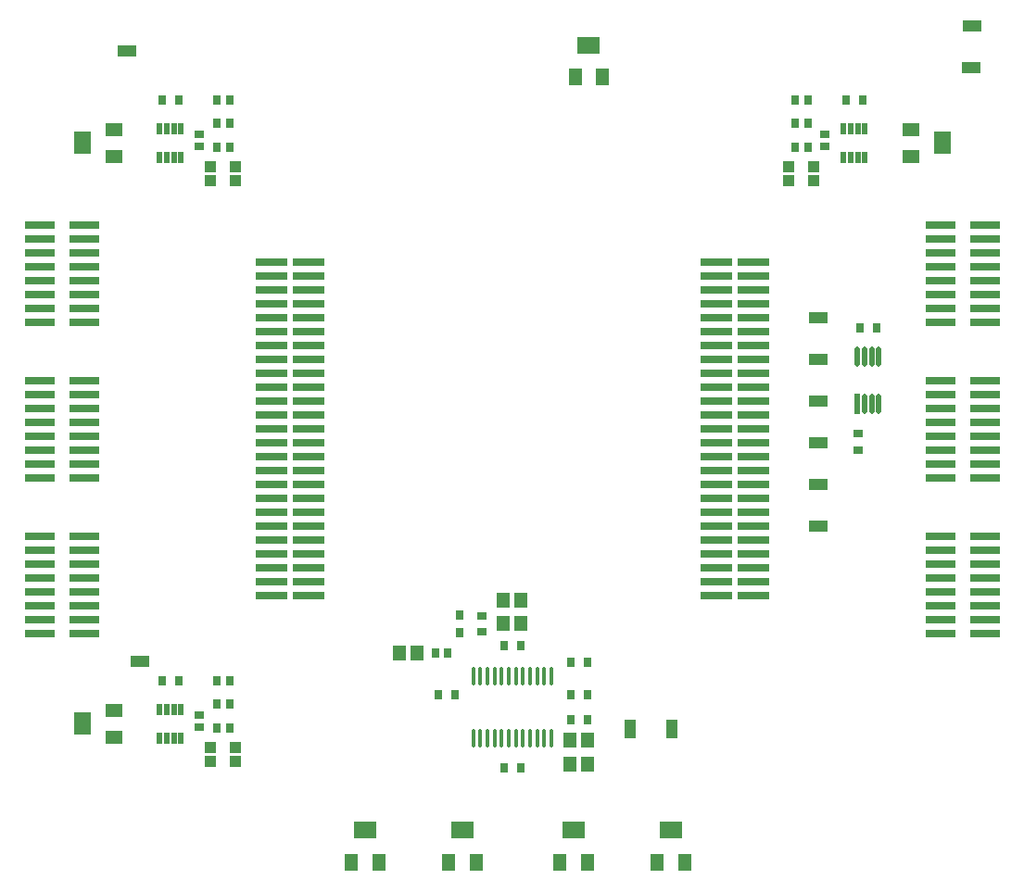
<source format=gtp>
G04*
G04 #@! TF.GenerationSoftware,Altium Limited,Altium Designer,21.6.4 (81)*
G04*
G04 Layer_Color=8421504*
%FSLAX25Y25*%
%MOIN*%
G70*
G04*
G04 #@! TF.SameCoordinates,FB766961-2115-4812-9BC3-E0D6EEC5A3F0*
G04*
G04*
G04 #@! TF.FilePolarity,Positive*
G04*
G01*
G75*
%ADD15R,0.11496X0.02914*%
%ADD16R,0.05118X0.06299*%
%ADD17R,0.07874X0.06299*%
%ADD18R,0.07087X0.03937*%
%ADD19R,0.03937X0.07087*%
%ADD20R,0.10984X0.02913*%
%ADD21R,0.03150X0.03543*%
%ADD22R,0.03543X0.03150*%
%ADD23O,0.01378X0.06693*%
%ADD24R,0.11496X0.02913*%
%ADD25R,0.05118X0.05709*%
%ADD26R,0.02756X0.03347*%
%ADD27R,0.02756X0.03740*%
%ADD28R,0.03347X0.02756*%
G04:AMPARAMS|DCode=29|XSize=41.34mil|YSize=17.72mil|CornerRadius=1.95mil|HoleSize=0mil|Usage=FLASHONLY|Rotation=90.000|XOffset=0mil|YOffset=0mil|HoleType=Round|Shape=RoundedRectangle|*
%AMROUNDEDRECTD29*
21,1,0.04134,0.01382,0,0,90.0*
21,1,0.03744,0.01772,0,0,90.0*
1,1,0.00390,0.00691,0.01872*
1,1,0.00390,0.00691,-0.01872*
1,1,0.00390,-0.00691,-0.01872*
1,1,0.00390,-0.00691,0.01872*
%
%ADD29ROUNDEDRECTD29*%
%ADD30R,0.06299X0.07874*%
%ADD31R,0.06299X0.05118*%
%ADD32R,0.04134X0.04134*%
%ADD33R,0.01949X0.07246*%
G04:AMPARAMS|DCode=34|XSize=72.46mil|YSize=19.49mil|CornerRadius=9.74mil|HoleSize=0mil|Usage=FLASHONLY|Rotation=90.000|XOffset=0mil|YOffset=0mil|HoleType=Round|Shape=RoundedRectangle|*
%AMROUNDEDRECTD34*
21,1,0.07246,0.00000,0,0,90.0*
21,1,0.05297,0.01949,0,0,90.0*
1,1,0.01949,0.00000,0.02649*
1,1,0.01949,0.00000,-0.02649*
1,1,0.01949,0.00000,-0.02649*
1,1,0.01949,0.00000,0.02649*
%
%ADD34ROUNDEDRECTD34*%
D15*
X353252Y340000D02*
D03*
X366748D02*
D03*
X353252Y335000D02*
D03*
X366748D02*
D03*
X353252Y330000D02*
D03*
X366748D02*
D03*
X353252Y325000D02*
D03*
X366748D02*
D03*
X353252Y320000D02*
D03*
X366748D02*
D03*
X353252Y315000D02*
D03*
X366748D02*
D03*
X353252Y310000D02*
D03*
X366748D02*
D03*
X353252Y305000D02*
D03*
X366748D02*
D03*
X353252Y300000D02*
D03*
X366748D02*
D03*
X353252Y295000D02*
D03*
X366748D02*
D03*
X353252Y290000D02*
D03*
X366748D02*
D03*
X353252Y285000D02*
D03*
X366748D02*
D03*
X353252Y280000D02*
D03*
X366748D02*
D03*
X353252Y275000D02*
D03*
X366748D02*
D03*
X353252Y270000D02*
D03*
X366748D02*
D03*
X353252Y265000D02*
D03*
X366748D02*
D03*
X353252Y260000D02*
D03*
X366748D02*
D03*
X353252Y255000D02*
D03*
X366748D02*
D03*
X353252Y250000D02*
D03*
X366748D02*
D03*
X353252Y245000D02*
D03*
X366748D02*
D03*
X353252Y240000D02*
D03*
X366748D02*
D03*
X353252Y235000D02*
D03*
X366748D02*
D03*
X353252Y230000D02*
D03*
X366748D02*
D03*
X353252Y225000D02*
D03*
X366748D02*
D03*
X353252Y220000D02*
D03*
X366748D02*
D03*
X206748D02*
D03*
X193252D02*
D03*
X206748Y225000D02*
D03*
X193252D02*
D03*
X206748Y230000D02*
D03*
X193252D02*
D03*
X206748Y235000D02*
D03*
X193252D02*
D03*
X206748Y240000D02*
D03*
X193252D02*
D03*
X206748Y245000D02*
D03*
X193252D02*
D03*
X206748Y250000D02*
D03*
X193252D02*
D03*
X206748Y255000D02*
D03*
X193252D02*
D03*
X206748Y260000D02*
D03*
X193252D02*
D03*
X206748Y265000D02*
D03*
X193252D02*
D03*
X206748Y270000D02*
D03*
X193252D02*
D03*
X206748Y275000D02*
D03*
X193252D02*
D03*
X206748Y280000D02*
D03*
X193252D02*
D03*
X206748Y285000D02*
D03*
X193252D02*
D03*
X206748Y290000D02*
D03*
X193252D02*
D03*
X206748Y295000D02*
D03*
X193252D02*
D03*
X206748Y300000D02*
D03*
X193252D02*
D03*
X206748Y305000D02*
D03*
X193252D02*
D03*
X206748Y310000D02*
D03*
X193252D02*
D03*
X206748Y315000D02*
D03*
X193252D02*
D03*
X206748Y320000D02*
D03*
X193252D02*
D03*
X206748Y325000D02*
D03*
X193252D02*
D03*
X206748Y330000D02*
D03*
X193252D02*
D03*
X206748Y335000D02*
D03*
X193252D02*
D03*
X206748Y340000D02*
D03*
X193252D02*
D03*
D16*
X302579Y406791D02*
D03*
X312421D02*
D03*
X231921Y124291D02*
D03*
X222079D02*
D03*
X266921D02*
D03*
X257079D02*
D03*
X306921D02*
D03*
X297079D02*
D03*
X341921D02*
D03*
X332079D02*
D03*
D17*
X307500Y418209D02*
D03*
X227000Y135709D02*
D03*
X262000D02*
D03*
X302000D02*
D03*
X337000D02*
D03*
D18*
X445000Y410000D02*
D03*
X390000Y260000D02*
D03*
Y245000D02*
D03*
Y275000D02*
D03*
Y320000D02*
D03*
Y290000D02*
D03*
Y305000D02*
D03*
X445500Y425000D02*
D03*
X146000Y196500D02*
D03*
X141500Y416000D02*
D03*
D19*
X337500Y172000D02*
D03*
X322500D02*
D03*
D20*
X433976Y353500D02*
D03*
X450000D02*
D03*
X433976Y348500D02*
D03*
X450000D02*
D03*
X433976Y343500D02*
D03*
X450000D02*
D03*
X433976Y338500D02*
D03*
X450000D02*
D03*
X433976Y333500D02*
D03*
X450000D02*
D03*
X433976Y328500D02*
D03*
X450000D02*
D03*
X433976Y323500D02*
D03*
X450000D02*
D03*
X433976Y318500D02*
D03*
X450000D02*
D03*
X126012Y323500D02*
D03*
Y241500D02*
D03*
Y236500D02*
D03*
Y231500D02*
D03*
Y226500D02*
D03*
Y221500D02*
D03*
Y216500D02*
D03*
Y211500D02*
D03*
Y206500D02*
D03*
X109988D02*
D03*
Y211500D02*
D03*
Y216500D02*
D03*
Y221500D02*
D03*
Y226500D02*
D03*
Y231500D02*
D03*
Y236500D02*
D03*
Y241500D02*
D03*
X126012Y262500D02*
D03*
X109988D02*
D03*
X126012Y267500D02*
D03*
X109988D02*
D03*
X126012Y272500D02*
D03*
X109988D02*
D03*
X126012Y277500D02*
D03*
X109988D02*
D03*
X126012Y282500D02*
D03*
X109988D02*
D03*
X126012Y287500D02*
D03*
X109988D02*
D03*
X126012Y292500D02*
D03*
X109988D02*
D03*
X126012Y297500D02*
D03*
X109988D02*
D03*
X126012Y318500D02*
D03*
X109988D02*
D03*
Y323500D02*
D03*
X126012Y328500D02*
D03*
X109988D02*
D03*
X126012Y333500D02*
D03*
X109988D02*
D03*
X126012Y338500D02*
D03*
X109988D02*
D03*
X126012Y343500D02*
D03*
X109988D02*
D03*
X126012Y348500D02*
D03*
X109988D02*
D03*
X126012Y353500D02*
D03*
X109988D02*
D03*
X433988Y241500D02*
D03*
X450012D02*
D03*
X433988Y236500D02*
D03*
X450012D02*
D03*
X433988Y231500D02*
D03*
X450012D02*
D03*
X433988Y226500D02*
D03*
X450012D02*
D03*
X433988Y221500D02*
D03*
X450012D02*
D03*
X433988Y216500D02*
D03*
X450012D02*
D03*
X433988Y211500D02*
D03*
X450012D02*
D03*
X433988Y206500D02*
D03*
X450012D02*
D03*
Y262500D02*
D03*
X433988D02*
D03*
X450012Y267500D02*
D03*
X433988D02*
D03*
X450012Y272500D02*
D03*
X433988D02*
D03*
X450012Y277500D02*
D03*
X433988D02*
D03*
X450012Y282500D02*
D03*
X433988D02*
D03*
X450012Y287500D02*
D03*
X433988D02*
D03*
X450012Y292500D02*
D03*
X433988D02*
D03*
X450012Y297500D02*
D03*
X433988D02*
D03*
D21*
X301047Y196000D02*
D03*
X306953D02*
D03*
X277047Y158000D02*
D03*
X282953D02*
D03*
X259453Y184500D02*
D03*
X253547D02*
D03*
X306953D02*
D03*
X301047D02*
D03*
Y175500D02*
D03*
X306953D02*
D03*
X277047Y202000D02*
D03*
X282953D02*
D03*
X159953Y398500D02*
D03*
X154047D02*
D03*
X405047Y316500D02*
D03*
X410953D02*
D03*
X405953Y398500D02*
D03*
X400047D02*
D03*
X154047Y189500D02*
D03*
X159953D02*
D03*
D22*
X404500Y272547D02*
D03*
Y278453D02*
D03*
X269000Y207047D02*
D03*
Y212953D02*
D03*
D23*
X265925Y168780D02*
D03*
X268484D02*
D03*
X271043D02*
D03*
X273602D02*
D03*
X276161D02*
D03*
X278720D02*
D03*
X281279D02*
D03*
X283839D02*
D03*
X286398D02*
D03*
X288957D02*
D03*
X291516D02*
D03*
X294075D02*
D03*
X265925Y191220D02*
D03*
X268484D02*
D03*
X271043D02*
D03*
X273602D02*
D03*
X276161D02*
D03*
X278720D02*
D03*
X281279D02*
D03*
X283839D02*
D03*
X286398D02*
D03*
X288957D02*
D03*
X291516D02*
D03*
X294075D02*
D03*
D24*
X353252Y340000D02*
D03*
X366748D02*
D03*
X353252Y335000D02*
D03*
X366748D02*
D03*
X353252Y330000D02*
D03*
X366748D02*
D03*
X353252Y325000D02*
D03*
X366748D02*
D03*
X353252Y320000D02*
D03*
X366748D02*
D03*
X353252Y315000D02*
D03*
X366748D02*
D03*
X353252Y310000D02*
D03*
X366748D02*
D03*
X353252Y305000D02*
D03*
X366748D02*
D03*
X353252Y300000D02*
D03*
X366748D02*
D03*
X353252Y295000D02*
D03*
X366748D02*
D03*
X353252Y290000D02*
D03*
X366748D02*
D03*
X353252Y285000D02*
D03*
X366748D02*
D03*
X353252Y280000D02*
D03*
X366748D02*
D03*
X353252Y275000D02*
D03*
X366748D02*
D03*
X353252Y270000D02*
D03*
X366748D02*
D03*
X353252Y265000D02*
D03*
X366748D02*
D03*
X353252Y260000D02*
D03*
X366748D02*
D03*
X353252Y255000D02*
D03*
X366748D02*
D03*
X353252Y250000D02*
D03*
X366748D02*
D03*
X353252Y245000D02*
D03*
X366748D02*
D03*
X353252Y240000D02*
D03*
X366748D02*
D03*
X353252Y235000D02*
D03*
X366748D02*
D03*
X353252Y230000D02*
D03*
X366748D02*
D03*
X353252Y225000D02*
D03*
X366748D02*
D03*
X353252Y220000D02*
D03*
X366748D02*
D03*
X206748D02*
D03*
X193252D02*
D03*
X206748Y225000D02*
D03*
X193252D02*
D03*
X206748Y230000D02*
D03*
X193252D02*
D03*
X206748Y235000D02*
D03*
X193252D02*
D03*
X206748Y240000D02*
D03*
X193252D02*
D03*
X206748Y245000D02*
D03*
X193252D02*
D03*
X206748Y250000D02*
D03*
X193252D02*
D03*
X206748Y255000D02*
D03*
X193252D02*
D03*
X206748Y260000D02*
D03*
X193252D02*
D03*
X206748Y265000D02*
D03*
X193252D02*
D03*
X206748Y270000D02*
D03*
X193252D02*
D03*
X206748Y275000D02*
D03*
X193252D02*
D03*
X206748Y280000D02*
D03*
X193252D02*
D03*
X206748Y285000D02*
D03*
X193252D02*
D03*
X206748Y290000D02*
D03*
X193252D02*
D03*
X206748Y295000D02*
D03*
X193252D02*
D03*
X206748Y300000D02*
D03*
X193252D02*
D03*
X206748Y305000D02*
D03*
X193252D02*
D03*
X206748Y310000D02*
D03*
X193252D02*
D03*
X206748Y315000D02*
D03*
X193252D02*
D03*
X206748Y320000D02*
D03*
X193252D02*
D03*
X206748Y325000D02*
D03*
X193252D02*
D03*
X206748Y330000D02*
D03*
X193252D02*
D03*
X206748Y335000D02*
D03*
X193252D02*
D03*
X206748Y340000D02*
D03*
X193252D02*
D03*
D25*
X300850Y168000D02*
D03*
X307150D02*
D03*
X276850Y210000D02*
D03*
X283150D02*
D03*
X300850Y159500D02*
D03*
X307150D02*
D03*
X276850Y218500D02*
D03*
X283150D02*
D03*
X245740Y199500D02*
D03*
X239441D02*
D03*
D26*
X256854D02*
D03*
X252327D02*
D03*
X178264Y390000D02*
D03*
X173736D02*
D03*
Y381500D02*
D03*
X178264D02*
D03*
X173736Y398500D02*
D03*
X178264D02*
D03*
X381736D02*
D03*
X386264D02*
D03*
Y390000D02*
D03*
X381736D02*
D03*
X178264Y189500D02*
D03*
X173736D02*
D03*
Y181000D02*
D03*
X178264D02*
D03*
Y172500D02*
D03*
X173736D02*
D03*
X386264Y381500D02*
D03*
X381736D02*
D03*
D27*
X261000Y213248D02*
D03*
Y206752D02*
D03*
D28*
X167500Y386264D02*
D03*
Y381736D02*
D03*
Y172736D02*
D03*
Y177264D02*
D03*
X392500Y386264D02*
D03*
Y381736D02*
D03*
D29*
X153161Y388118D02*
D03*
X155720D02*
D03*
X158280D02*
D03*
X160839D02*
D03*
Y377882D02*
D03*
X158280D02*
D03*
X155720D02*
D03*
X153161D02*
D03*
Y168882D02*
D03*
X155720D02*
D03*
X158280D02*
D03*
X160839D02*
D03*
Y179118D02*
D03*
X158280D02*
D03*
X155720D02*
D03*
X153161D02*
D03*
X406839Y388118D02*
D03*
X404280D02*
D03*
X401721D02*
D03*
X399161D02*
D03*
Y377882D02*
D03*
X401721D02*
D03*
X404280D02*
D03*
X406839D02*
D03*
D30*
X125291Y383000D02*
D03*
X434709D02*
D03*
X125291Y174000D02*
D03*
D31*
X136709Y387921D02*
D03*
Y378079D02*
D03*
X423291D02*
D03*
Y387921D02*
D03*
X136709Y169079D02*
D03*
Y178921D02*
D03*
D32*
X180500Y369342D02*
D03*
Y374658D02*
D03*
X171500Y369342D02*
D03*
Y374658D02*
D03*
X180500Y165657D02*
D03*
Y160343D02*
D03*
X171500Y165657D02*
D03*
Y160343D02*
D03*
X379500Y369342D02*
D03*
Y374658D02*
D03*
X388500Y369342D02*
D03*
Y374658D02*
D03*
D33*
X404161Y288997D02*
D03*
D34*
X406720D02*
D03*
X409279D02*
D03*
X411839D02*
D03*
Y306003D02*
D03*
X409279D02*
D03*
X406720D02*
D03*
X404161D02*
D03*
M02*

</source>
